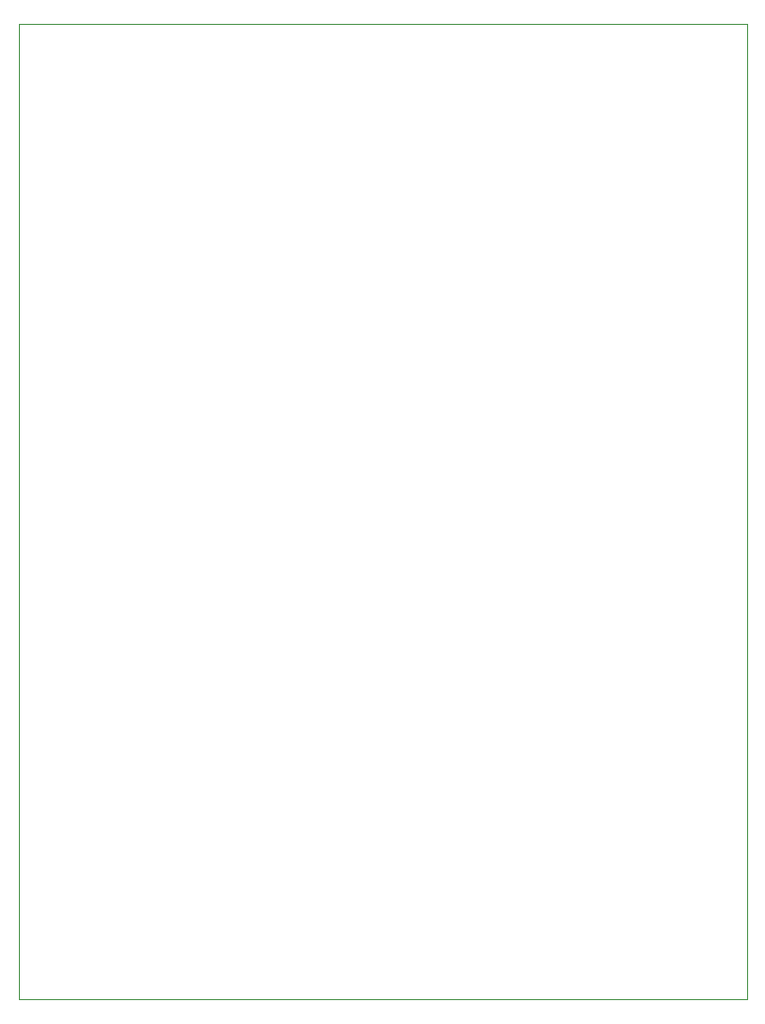
<source format=gbr>
%TF.GenerationSoftware,KiCad,Pcbnew,9.0.2*%
%TF.CreationDate,2025-08-01T00:08:25-07:00*%
%TF.ProjectId,macropad,6d616372-6f70-4616-942e-6b696361645f,rev?*%
%TF.SameCoordinates,Original*%
%TF.FileFunction,Profile,NP*%
%FSLAX46Y46*%
G04 Gerber Fmt 4.6, Leading zero omitted, Abs format (unit mm)*
G04 Created by KiCad (PCBNEW 9.0.2) date 2025-08-01 00:08:25*
%MOMM*%
%LPD*%
G01*
G04 APERTURE LIST*
%TA.AperFunction,Profile*%
%ADD10C,0.050000*%
%TD*%
G04 APERTURE END LIST*
D10*
X54800000Y-49250000D02*
X116800000Y-49250000D01*
X116800000Y-132200000D01*
X54800000Y-132200000D01*
X54800000Y-49250000D01*
M02*

</source>
